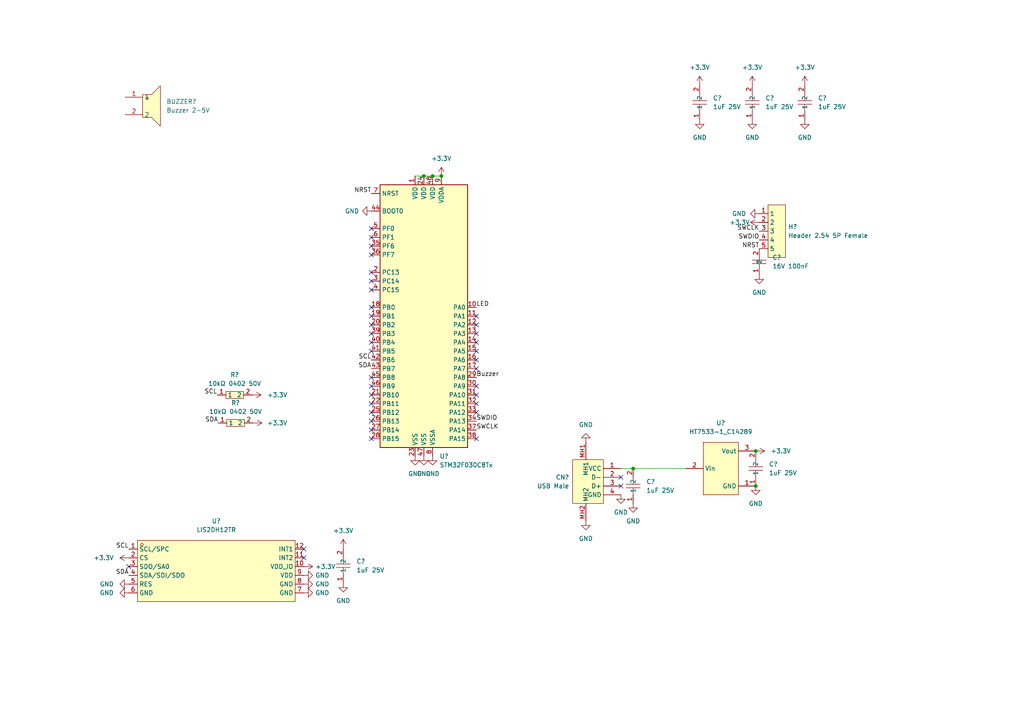
<source format=kicad_sch>
(kicad_sch (version 20211123) (generator eeschema)
  (paper "A4")
  (lib_symbols
    (symbol "MCU_ST_STM32F0:STM32F030C8Tx"
      (property "Reference" "U" (at -12.7 39.37 0))
      (property "Value" "STM32F030C8Tx" (at 7.62 39.37 0))
      (symbol "STM32F030C8Tx_0_1"
        (rectangle (start -12.7 -38.1) (end 12.7 38.1) (stroke (width 0.254)) (fill (type background)))
      )
      (symbol "STM32F030C8Tx_1_1"
        (pin power_in line (at -2.54 40.64 270) (length 2.54) (name "VDD") (number "1"))
        (pin bidirectional line (at 15.24 2.54 180) (length 2.54) (name "PA0") (number "10"))
        (pin bidirectional line (at 15.24 0 180) (length 2.54) (name "PA1") (number "11"))
        (pin bidirectional line (at 15.24 -2.54 180) (length 2.54) (name "PA2") (number "12"))
        (pin bidirectional line (at 15.24 -5.08 180) (length 2.54) (name "PA3") (number "13"))
        (pin bidirectional line (at 15.24 -7.62 180) (length 2.54) (name "PA4") (number "14"))
        (pin bidirectional line (at 15.24 -10.16 180) (length 2.54) (name "PA5") (number "15"))
        (pin bidirectional line (at 15.24 -12.7 180) (length 2.54) (name "PA6") (number "16"))
        (pin bidirectional line (at 15.24 -15.24 180) (length 2.54) (name "PA7") (number "17"))
        (pin bidirectional line (at -15.24 2.54 0) (length 2.54) (name "PB0") (number "18"))
        (pin bidirectional line (at -15.24 0 0) (length 2.54) (name "PB1") (number "19"))
        (pin bidirectional line (at -15.24 12.7 0) (length 2.54) (name "PC13") (number "2"))
        (pin bidirectional line (at -15.24 -2.54 0) (length 2.54) (name "PB2") (number "20"))
        (pin bidirectional line (at -15.24 -22.86 0) (length 2.54) (name "PB10") (number "21"))
        (pin bidirectional line (at -15.24 -25.4 0) (length 2.54) (name "PB11") (number "22"))
        (pin power_in line (at -2.54 -40.64 90) (length 2.54) (name "VSS") (number "23"))
        (pin power_in line (at 0 40.64 270) (length 2.54) (name "VDD") (number "24"))
        (pin bidirectional line (at -15.24 -27.94 0) (length 2.54) (name "PB12") (number "25"))
        (pin bidirectional line (at -15.24 -30.48 0) (length 2.54) (name "PB13") (number "26"))
        (pin bidirectional line (at -15.24 -33.02 0) (length 2.54) (name "PB14") (number "27"))
        (pin bidirectional line (at -15.24 -35.56 0) (length 2.54) (name "PB15") (number "28"))
        (pin bidirectional line (at 15.24 -17.78 180) (length 2.54) (name "PA8") (number "29"))
        (pin bidirectional line (at -15.24 10.16 0) (length 2.54) (name "PC14") (number "3"))
        (pin bidirectional line (at 15.24 -20.32 180) (length 2.54) (name "PA9") (number "30"))
        (pin bidirectional line (at 15.24 -22.86 180) (length 2.54) (name "PA10") (number "31"))
        (pin bidirectional line (at 15.24 -25.4 180) (length 2.54) (name "PA11") (number "32"))
        (pin bidirectional line (at 15.24 -27.94 180) (length 2.54) (name "PA12") (number "33"))
        (pin bidirectional line (at 15.24 -30.48 180) (length 2.54) (name "PA13") (number "34"))
        (pin bidirectional line (at -15.24 20.32 0) (length 2.54) (name "PF6") (number "35"))
        (pin bidirectional line (at -15.24 17.78 0) (length 2.54) (name "PF7") (number "36"))
        (pin bidirectional line (at 15.24 -33.02 180) (length 2.54) (name "PA14") (number "37"))
        (pin bidirectional line (at 15.24 -35.56 180) (length 2.54) (name "PA15") (number "38"))
        (pin bidirectional line (at -15.24 -5.08 0) (length 2.54) (name "PB3") (number "39"))
        (pin bidirectional line (at -15.24 7.62 0) (length 2.54) (name "PC15") (number "4"))
        (pin bidirectional line (at -15.24 -7.62 0) (length 2.54) (name "PB4") (number "40"))
        (pin bidirectional line (at -15.24 -10.16 0) (length 2.54) (name "PB5") (number "41"))
        (pin bidirectional line (at -15.24 -12.7 0) (length 2.54) (name "PB6") (number "42"))
        (pin bidirectional line (at -15.24 -15.24 0) (length 2.54) (name "PB7") (number "43"))
        (pin input line (at -15.24 30.48 0) (length 2.54) (name "BOOT0") (number "44"))
        (pin bidirectional line (at -15.24 -17.78 0) (length 2.54) (name "PB8") (number "45"))
        (pin bidirectional line (at -15.24 -20.32 0) (length 2.54) (name "PB9") (number "46"))
        (pin power_in line (at 0 -40.64 90) (length 2.54) (name "VSS") (number "47"))
        (pin power_in line (at 2.54 40.64 270) (length 2.54) (name "VDD") (number "48"))
        (pin input line (at -15.24 25.4 0) (length 2.54) (name "PF0") (number "5"))
        (pin input line (at -15.24 22.86 0) (length 2.54) (name "PF1") (number "6"))
        (pin input line (at -15.24 35.56 0) (length 2.54) (name "NRST") (number "7"))
        (pin power_in line (at 2.54 -40.64 90) (length 2.54) (name "VSSA") (number "8"))
        (pin power_in line (at 5.08 40.64 270) (length 2.54) (name "VDDA") (number "9"))
      )
    )
    (symbol "easyeda2kicad:10kΩ 0402 50V"
      (property "Reference" "R" (at 0 5.08 0))
      (property "Value" "10kΩ 0402 50V" (at 0 -5.08 0))
      (symbol "10kΩ 0402 50V_0_1"
        (rectangle (start -2.54 1.02) (end 2.54 -1.02) (fill (type background)))
        (pin input line (at -5.08 0 0) (length 2.54) (name "1") (number "1"))
        (pin input line (at 5.08 0 180) (length 2.54) (name "2") (number "2"))
      )
    )
    (symbol "easyeda2kicad:Buzzer 2-5V"
      (property "Reference" "BUZZER" (at 0 7.62 0))
      (property "Value" "Buzzer 2-5V" (at 0 -7.62 0))
      (symbol "Buzzer 2-5V_0_1"
        (polyline (pts (xy 0.76 2.29) (xy 1.78 2.29)))
        (polyline (pts (xy 1.27 2.79) (xy 1.27 1.78)))
        (polyline (pts (xy 0 1.78) (xy 0 -3.3) (xy 2.54 -3.3) (xy 5.08 -5.84) (xy 5.08 5.84) (xy 2.54 3.3) (xy 0 3.3) (xy 0 1.78)) (fill (type background)))
        (pin unspecified line (at -5.08 2.54 0) (length 5.08) (name "1") (number "1"))
        (pin unspecified line (at -5.08 -2.54 0) (length 5.08) (name "2") (number "2"))
      )
    )
    (symbol "easyeda2kicad:CL05A105KA5NQNC"
      (property "Reference" "C" (at 0 5.08 0))
      (property "Value" "CL05A105KA5NQNC" (at 0 -5.08 0))
      (symbol "CL05A105KA5NQNC_0_1"
        (polyline (pts (xy -0.51 -2.03) (xy -0.51 2.03)))
        (polyline (pts (xy -0.51 0) (xy -2.54 0)))
        (polyline (pts (xy 0.51 2.03) (xy 0.51 -2.03)))
        (polyline (pts (xy 2.54 0) (xy 0.51 0)))
        (pin unspecified line (at -5.08 0 0) (length 2.54) (name "1") (number "1"))
        (pin unspecified line (at 5.08 0 180) (length 2.54) (name "2") (number "2"))
      )
    )
    (symbol "easyeda2kicad:CL05B104KO5NNNC"
      (property "Reference" "C" (at 0 5.08 0))
      (property "Value" "CL05B104KO5NNNC" (at 0 -5.08 0))
      (symbol "CL05B104KO5NNNC_0_1"
        (polyline (pts (xy -1.27 0) (xy -0.51 0)))
        (polyline (pts (xy -0.51 2.03) (xy -0.51 -2.03)))
        (polyline (pts (xy 0.51 0) (xy 1.27 0)))
        (polyline (pts (xy 0.51 2.03) (xy 0.51 -2.03)))
        (pin input line (at -3.81 0 0) (length 2.54) (name "1") (number "1"))
        (pin input line (at 3.81 0 180) (length 2.54) (name "2") (number "2"))
      )
    )
    (symbol "easyeda2kicad:HT7533-1_C14289"
      (property "Reference" "U" (at 0 10.16 0))
      (property "Value" "HT7533-1_C14289" (at 0 -10.16 0))
      (symbol "HT7533-1_C14289_0_1"
        (rectangle (start -5.08 7.62) (end 5.08 -7.62) (fill (type background)))
        (pin unspecified line (at 10.16 -5.08 180) (length 5.08) (name "GND") (number "1"))
        (pin unspecified line (at -10.16 0 0) (length 5.08) (name "Vin") (number "2"))
        (pin unspecified line (at 10.16 5.08 180) (length 5.08) (name "Vout") (number "3"))
      )
    )
    (symbol "easyeda2kicad:Header 2.54 5P Female"
      (property "Reference" "H" (at 0 10.16 0))
      (property "Value" "Header 2.54 5P Female" (at 0 -10.16 0))
      (symbol "Header 2.54 5P Female_0_1"
        (rectangle (start -1.27 7.62) (end 3.81 -7.62) (fill (type background)))
        (pin input line (at -3.81 5.08 0) (length 2.54) (name "1") (number "1"))
        (pin input line (at -3.81 2.54 0) (length 2.54) (name "2") (number "2"))
        (pin input line (at -3.81 0 0) (length 2.54) (name "3") (number "3"))
        (pin input line (at -3.81 -2.54 0) (length 2.54) (name "4") (number "4"))
        (pin input line (at -3.81 -5.08 0) (length 2.54) (name "5") (number "5"))
      )
    )
    (symbol "easyeda2kicad:LIS2DH12TR"
      (property "Reference" "U" (at 0 11.43 0))
      (property "Value" "LIS2DH12TR" (at 0 -11.43 0))
      (symbol "LIS2DH12TR_0_1"
        (rectangle (start -22.86 8.89) (end 22.86 -8.89) (fill (type background)))
        (circle (center -21.59 7.62) (radius 0.38))
        (pin unspecified line (at -25.4 6.35 0) (length 2.54) (name "SCL/SPC") (number "1"))
        (pin unspecified line (at 25.4 1.27 180) (length 2.54) (name "VDD_IO") (number "10"))
        (pin unspecified line (at 25.4 3.81 180) (length 2.54) (name "INT2") (number "11"))
        (pin unspecified line (at 25.4 6.35 180) (length 2.54) (name "INT1") (number "12"))
        (pin unspecified line (at -25.4 3.81 0) (length 2.54) (name "CS") (number "2"))
        (pin unspecified line (at -25.4 1.27 0) (length 2.54) (name "SDO/SA0") (number "3"))
        (pin unspecified line (at -25.4 -1.27 0) (length 2.54) (name "SDA/SDI/SDO") (number "4"))
        (pin unspecified line (at -25.4 -3.81 0) (length 2.54) (name "RES") (number "5"))
        (pin unspecified line (at -25.4 -6.35 0) (length 2.54) (name "GND") (number "6"))
        (pin unspecified line (at 25.4 -6.35 180) (length 2.54) (name "GND") (number "7"))
        (pin unspecified line (at 25.4 -3.81 180) (length 2.54) (name "GND") (number "8"))
        (pin unspecified line (at 25.4 -1.27 180) (length 2.54) (name "VDD") (number "9"))
      )
    )
    (symbol "easyeda2kicad:USB Male"
      (property "Reference" "CN" (at 0 17.78 0))
      (property "Value" "USB Male" (at 0 -15.24 0))
      (symbol "USB Male_0_1"
        (rectangle (start -6.35 7.62) (end 2.54 -5.08) (fill (type background)))
        (pin input line (at 7.62 5.08 180) (length 5.08) (name "VCC") (number "1"))
        (pin input line (at 7.62 2.54 180) (length 5.08) (name "D-") (number "2"))
        (pin input line (at 7.62 0 180) (length 5.08) (name "D+") (number "3"))
        (pin input line (at 7.62 -2.54 180) (length 5.08) (name "GND") (number "4"))
        (pin unspecified line (at -2.54 12.7 270) (length 5.08) (name "MH1") (number "MH1"))
        (pin unspecified line (at -2.54 -10.16 90) (length 5.08) (name "MH2") (number "MH2"))
      )
    )
    (symbol "power:+3.3V" (power) (pin_names (offset 0))
      (property "Value" "+3.3V" (at 0 3.556 0))
      (symbol "+3.3V_0_1"
        (polyline (pts (xy -0.762 1.27) (xy 0 2.54)))
        (polyline (pts (xy 0 0) (xy 0 2.54)))
        (polyline (pts (xy 0 2.54) (xy 0.762 1.27)))
      )
      (symbol "+3.3V_1_1"
        (pin power_in line (at 0 0 90) (length 0) hide (name "+3.3V") (number "1"))
      )
    )
    (symbol "power:GND" (power) (pin_names (offset 0))
      (property "Value" "GND" (at 0 -3.81 0))
      (symbol "GND_0_1"
        (polyline (pts (xy 0 0) (xy 0 -1.27) (xy 1.27 -1.27) (xy 0 -2.54) (xy -1.27 -1.27) (xy 0 -1.27)))
      )
      (symbol "GND_1_1"
        (pin power_in line (at 0 0 270) (length 0) hide (name "GND") (number "1"))
      )
    )
  )
  (junction (at 219.202 130.81))
  (junction (at 128.016 51.054))
  (junction (at 122.936 51.054))
  (junction (at 183.642 135.89))
  (junction (at 219.202 140.97))
  (junction (at 125.476 51.054))
  (no_connect (at 180.086 140.97))
  (no_connect (at 107.696 99.314))
  (no_connect (at 107.696 84.074))
  (no_connect (at 138.176 94.234))
  (no_connect (at 107.696 94.234))
  (no_connect (at 107.696 117.094))
  (no_connect (at 138.176 91.694))
  (no_connect (at 138.176 99.314))
  (no_connect (at 88.138 159.258))
  (no_connect (at 107.696 124.714))
  (no_connect (at 138.176 119.634))
  (no_connect (at 107.696 81.534))
  (no_connect (at 107.696 114.554))
  (no_connect (at 37.338 164.338))
  (no_connect (at 107.696 68.834))
  (no_connect (at 107.696 91.694))
  (no_connect (at 107.696 122.174))
  (no_connect (at 138.176 114.554))
  (no_connect (at 138.176 104.394))
  (no_connect (at 107.696 101.854))
  (no_connect (at 107.696 78.994))
  (no_connect (at 107.696 127.254))
  (no_connect (at 180.086 138.43))
  (no_connect (at 138.176 117.094))
  (no_connect (at 107.696 89.154))
  (no_connect (at 138.176 96.774))
  (no_connect (at 107.696 112.014))
  (no_connect (at 107.696 119.634))
  (no_connect (at 107.696 66.294))
  (no_connect (at 107.696 96.774))
  (no_connect (at 138.176 101.854))
  (no_connect (at 107.696 109.474))
  (no_connect (at 138.176 112.014))
  (no_connect (at 138.176 127.254))
  (no_connect (at 107.696 73.914))
  (no_connect (at 107.696 71.374))
  (no_connect (at 138.176 106.934))
  (no_connect (at 88.138 161.798))
  (wire (pts (xy 183.642 135.89) (xy 198.882 135.89)))
  (wire (pts (xy 120.396 51.054) (xy 122.936 51.054)))
  (wire (pts (xy 122.936 51.054) (xy 125.476 51.054)))
  (wire (pts (xy 125.476 51.054) (xy 128.016 51.054)))
  (wire (pts (xy 180.086 135.89) (xy 183.642 135.89)))
  (label "SWCLK" (at 138.176 124.714 0))
  (label "SWCLK" (at 220.218 67.056 180))
  (label "NRST" (at 107.696 56.134 180))
  (label "SWDIO" (at 220.218 69.596 180))
  (label "SDA" (at 107.696 106.934 180))
  (label "SDA" (at 63.246 122.682 180))
  (label "SCL" (at 107.696 104.394 180))
  (label "SCL" (at 62.992 114.554 180))
  (label "SWDIO" (at 138.176 122.174 0))
  (label "NRST" (at 220.218 72.136 180))
  (label "Buzzer" (at 138.176 109.474 0))
  (label "SDA" (at 37.338 166.878 180))
  (label "LED" (at 138.176 89.154 0))
  (label "SCL" (at 37.338 159.258 180))
  (symbol (lib_id "easyeda2kicad:CL05A105KA5NQNC") (at 219.202 135.89 90) (unit 1)
    (property "Reference" "C?" (at 223.012 134.6199 90) (effects (justify right)))
    (property "Value" "1uF 25V" (at 223.012 137.1599 90) (effects (justify right)))
    (property "Footprint" "easyeda2kicad:C0402" (effects hide))
    (property "Datasheet" "https://lcsc.com/product-detail/Multilayer-Ceramic-Capacitors-MLCC-SMD-SMT_SAMSUNG_CL05A105KA5NQNC_1uF-105-10-25V_C52923.html" (effects hide))
    (property "Manufacturer" "SAMSUNG(三星)" (effects hide))
    (property "LCSC Part" "C52923" (effects hide))
    (property "JLC Part" "Basic Part" (effects hide))
  )
  (symbol (lib_id "easyeda2kicad:CL05A105KA5NQNC") (at 99.568 164.084 90) (unit 1)
    (property "Reference" "C?" (at 103.378 162.8139 90) (effects (justify right)))
    (property "Value" "1uF 25V" (at 103.378 165.3539 90) (effects (justify right)))
    (property "Footprint" "easyeda2kicad:C0402" (effects hide))
    (property "Datasheet" "https://lcsc.com/product-detail/Multilayer-Ceramic-Capacitors-MLCC-SMD-SMT_SAMSUNG_CL05A105KA5NQNC_1uF-105-10-25V_C52923.html" (effects hide))
    (property "Manufacturer" "SAMSUNG(三星)" (effects hide))
    (property "LCSC Part" "C52923" (effects hide))
    (property "JLC Part" "Basic Part" (effects hide))
  )
  (symbol (lib_id "power:+3.3V") (at 73.406 122.682 270) (unit 1)
    (property "Reference" "#PWR?" (effects hide))
    (property "Value" "+3.3V" (at 77.47 122.6819 90) (effects (justify left)))
  )
  (symbol (lib_id "power:+3.3V") (at 99.568 159.004 0) (unit 1)
    (property "Reference" "#PWR?" (effects hide))
    (property "Value" "+3.3V" (at 99.568 153.924 0))
  )
  (symbol (lib_id "power:GND") (at 37.338 171.958 270) (unit 1)
    (property "Reference" "#PWR?" (effects hide))
    (property "Value" "GND" (at 33.02 171.9579 90) (effects (justify right)))
  )
  (symbol (lib_id "power:+3.3V") (at 202.946 24.638 0) (unit 1)
    (property "Reference" "#PWR?" (effects hide))
    (property "Value" "+3.3V" (at 202.946 19.558 0))
  )
  (symbol (lib_id "power:+3.3V") (at 218.186 24.638 0) (unit 1)
    (property "Reference" "#PWR?" (effects hide))
    (property "Value" "+3.3V" (at 218.186 19.558 0))
  )
  (symbol (lib_id "power:GND") (at 122.936 132.334 0) (unit 1)
    (property "Reference" "#PWR?" (effects hide))
    (property "Value" "GND" (at 122.936 137.414 0))
  )
  (symbol (lib_id "power:GND") (at 99.568 169.164 0) (unit 1)
    (property "Reference" "#PWR?" (effects hide))
    (property "Value" "GND" (at 99.568 174.244 0))
  )
  (symbol (lib_id "easyeda2kicad:USB Male") (at 172.466 140.97 0) (unit 1)
    (property "Reference" "CN?" (at 165.1 138.4299 0) (effects (justify right)))
    (property "Value" "USB Male" (at 165.1 140.9699 0) (effects (justify right)))
    (property "Footprint" "easyeda2kicad:USB-A-TH_AM90" (effects hide))
    (property "Datasheet" "https://lcsc.com/product-detail/USB-Connectors_A-M-90-VinylPBT-With-a-column-Not-high-temperature_C9739.html" (effects hide))
    (property "Manufacturer" "精拓金" (effects hide))
    (property "LCSC Part" "C9739" (effects hide))
    (property "JLC Part" "Extended Part" (effects hide))
  )
  (symbol (lib_id "power:+3.3V") (at 233.426 24.638 0) (unit 1)
    (property "Reference" "#PWR?" (effects hide))
    (property "Value" "+3.3V" (at 233.426 19.558 0))
  )
  (symbol (lib_id "power:GND") (at 120.396 132.334 0) (unit 1)
    (property "Reference" "#PWR?" (effects hide))
    (property "Value" "GND" (at 120.396 137.414 0))
  )
  (symbol (lib_id "power:GND") (at 169.926 151.13 0) (unit 1)
    (property "Reference" "#PWR?" (effects hide))
    (property "Value" "GND" (at 169.926 156.21 0))
  )
  (symbol (lib_id "easyeda2kicad:10kΩ 0402 50V") (at 68.072 114.554 0) (unit 1)
    (property "Reference" "R?" (at 68.072 108.712 0))
    (property "Value" "10kΩ 0402 50V" (at 68.072 111.252 0))
    (property "Footprint" "easyeda2kicad:R0402" (effects hide))
    (property "Datasheet" "https://lcsc.com/product-detail/Chip-Resistor-Surface-Mount-UniOhm_10KR-1002-1_C25744.html" (effects hide))
    (property "Manufacturer" "UNI-ROYAL(厚声)" (effects hide))
    (property "LCSC Part" "C25744" (effects hide))
    (property "JLC Part" "Basic Part" (effects hide))
  )
  (symbol (lib_id "easyeda2kicad:CL05A105KA5NQNC") (at 183.642 140.97 90) (unit 1)
    (property "Reference" "C?" (at 187.452 139.6999 90) (effects (justify right)))
    (property "Value" "1uF 25V" (at 187.452 142.2399 90) (effects (justify right)))
    (property "Footprint" "easyeda2kicad:C0402" (effects hide))
    (property "Datasheet" "https://lcsc.com/product-detail/Multilayer-Ceramic-Capacitors-MLCC-SMD-SMT_SAMSUNG_CL05A105KA5NQNC_1uF-105-10-25V_C52923.html" (effects hide))
    (property "Manufacturer" "SAMSUNG(三星)" (effects hide))
    (property "LCSC Part" "C52923" (effects hide))
    (property "JLC Part" "Basic Part" (effects hide))
  )
  (symbol (lib_id "easyeda2kicad:CL05B104KO5NNNC") (at 220.218 75.946 90) (unit 1)
    (property "Reference" "C?" (at 224.028 74.6759 90) (effects (justify right)))
    (property "Value" "16V 100nF" (at 224.028 77.2159 90) (effects (justify right)))
    (property "Footprint" "easyeda2kicad:C0402_NEW" (effects hide))
    (property "Datasheet" "https://lcsc.com/product-detail/Multilayer-Ceramic-Capacitors-MLCC-SMD-SMT_SAMSUNG_CL05B104KO5NNNC_100nF-104-10-16V_C1525.html" (effects hide))
    (property "Manufacturer" "SAMSUNG(三星)" (effects hide))
    (property "LCSC Part" "C1525" (effects hide))
    (property "JLC Part" "Basic Part" (effects hide))
  )
  (symbol (lib_id "power:GND") (at 88.138 166.878 90) (unit 1)
    (property "Reference" "#PWR?" (effects hide))
    (property "Value" "GND" (at 91.44 166.8779 90) (effects (justify right)))
  )
  (symbol (lib_id "power:+3.3V") (at 73.152 114.554 270) (unit 1)
    (property "Reference" "#PWR?" (effects hide))
    (property "Value" "+3.3V" (at 77.47 114.5539 90) (effects (justify left)))
  )
  (symbol (lib_id "power:+3.3V") (at 219.202 130.81 270) (unit 1)
    (property "Reference" "#PWR?" (effects hide))
    (property "Value" "+3.3V" (at 223.52 130.8099 90) (effects (justify left)))
  )
  (symbol (lib_id "power:GND") (at 37.338 169.418 270) (unit 1)
    (property "Reference" "#PWR?" (effects hide))
    (property "Value" "GND" (at 33.02 169.4179 90) (effects (justify right)))
  )
  (symbol (lib_id "power:GND") (at 220.218 61.976 270) (unit 1)
    (property "Reference" "#PWR?" (effects hide))
    (property "Value" "GND" (at 216.408 61.9759 90) (effects (justify right)))
  )
  (symbol (lib_id "power:+3.3V") (at 220.218 64.516 90) (unit 1)
    (property "Reference" "#PWR?" (effects hide))
    (property "Value" "+3.3V" (at 211.582 64.516 90) (effects (justify right)))
  )
  (symbol (lib_id "MCU_ST_STM32F0:STM32F030C8Tx") (at 122.936 91.694 0) (unit 1)
    (property "Reference" "U?" (at 127.4954 132.334 0) (effects (justify left)))
    (property "Value" "STM32F030C8Tx" (at 127.4954 134.874 0) (effects (justify left)))
    (property "Footprint" "Package_QFP:LQFP-48_7x7mm_P0.5mm" (effects hide))
    (property "Datasheet" "http://www.st.com/st-web-ui/static/active/en/resource/technical/document/datasheet/DM00088500.pdf" (effects hide))
  )
  (symbol (lib_id "power:GND") (at 169.926 128.27 180) (unit 1)
    (property "Reference" "#PWR?" (effects hide))
    (property "Value" "GND" (at 169.926 123.19 0))
  )
  (symbol (lib_id "easyeda2kicad:Buzzer 2-5V") (at 41.402 30.734 0) (unit 1)
    (property "Reference" "BUZZER?" (at 48.26 29.4639 0) (effects (justify left)))
    (property "Value" "Buzzer 2-5V" (at 48.26 32.0039 0) (effects (justify left)))
    (property "Footprint" "easyeda2kicad:BUZ-TH_BD9.0-P4.00-D0.6-FD" (effects hide))
    (property "Datasheet" "https://lcsc.com/product-detail/Buzzers_BuzzersQMB-09B-03_C96256.html" (effects hide))
    (property "Manufacturer" "华能" (effects hide))
    (property "LCSC Part" "C96256" (effects hide))
    (property "JLC Part" "Extended Part" (effects hide))
  )
  (symbol (lib_id "power:GND") (at 88.138 169.418 90) (unit 1)
    (property "Reference" "#PWR?" (effects hide))
    (property "Value" "GND" (at 91.44 169.4179 90) (effects (justify right)))
  )
  (symbol (lib_id "easyeda2kicad:CL05A105KA5NQNC") (at 202.946 29.718 90) (unit 1)
    (property "Reference" "C?" (at 206.756 28.4479 90) (effects (justify right)))
    (property "Value" "1uF 25V" (at 206.756 30.9879 90) (effects (justify right)))
    (property "Footprint" "easyeda2kicad:C0402" (effects hide))
    (property "Datasheet" "https://lcsc.com/product-detail/Multilayer-Ceramic-Capacitors-MLCC-SMD-SMT_SAMSUNG_CL05A105KA5NQNC_1uF-105-10-25V_C52923.html" (effects hide))
    (property "Manufacturer" "SAMSUNG(三星)" (effects hide))
    (property "LCSC Part" "C52923" (effects hide))
    (property "JLC Part" "Basic Part" (effects hide))
  )
  (symbol (lib_id "power:+3.3V") (at 128.016 51.054 0) (unit 1)
    (property "Reference" "#PWR?" (effects hide))
    (property "Value" "+3.3V" (at 128.016 45.974 0))
  )
  (symbol (lib_id "power:GND") (at 183.642 146.05 0) (unit 1)
    (property "Reference" "#PWR?" (effects hide))
    (property "Value" "GND" (at 183.642 151.13 0))
  )
  (symbol (lib_id "power:GND") (at 125.476 132.334 0) (unit 1)
    (property "Reference" "#PWR?" (effects hide))
    (property "Value" "GND" (at 125.476 137.414 0))
  )
  (symbol (lib_id "easyeda2kicad:LIS2DH12TR") (at 62.738 165.608 0) (unit 1)
    (property "Reference" "U?" (at 62.738 151.13 0))
    (property "Value" "LIS2DH12TR" (at 62.738 153.67 0))
    (property "Footprint" "easyeda2kicad:LGA-12_L2.0-W2.0-P0.50-BL" (effects hide))
    (property "Datasheet" "https://lcsc.com/product-detail/Motion-Sensors-Accelerometers_STMicroelectronics_LIS2DH12TR_STMicroelectronics-LIS2DH12TR_C110926.html" (effects hide))
    (property "Manufacturer" "ST(意法半导体)" (effects hide))
    (property "LCSC Part" "C110926" (effects hide))
    (property "JLC Part" "Extended Part" (effects hide))
  )
  (symbol (lib_id "easyeda2kicad:CL05A105KA5NQNC") (at 218.186 29.718 90) (unit 1)
    (property "Reference" "C?" (at 221.996 28.4479 90) (effects (justify right)))
    (property "Value" "1uF 25V" (at 221.996 30.9879 90) (effects (justify right)))
    (property "Footprint" "easyeda2kicad:C0402" (effects hide))
    (property "Datasheet" "https://lcsc.com/product-detail/Multilayer-Ceramic-Capacitors-MLCC-SMD-SMT_SAMSUNG_CL05A105KA5NQNC_1uF-105-10-25V_C52923.html" (effects hide))
    (property "Manufacturer" "SAMSUNG(三星)" (effects hide))
    (property "LCSC Part" "C52923" (effects hide))
    (property "JLC Part" "Basic Part" (effects hide))
  )
  (symbol (lib_id "power:GND") (at 202.946 34.798 0) (unit 1)
    (property "Reference" "#PWR?" (effects hide))
    (property "Value" "GND" (at 202.946 39.878 0))
  )
  (symbol (lib_id "power:GND") (at 233.426 34.798 0) (unit 1)
    (property "Reference" "#PWR?" (effects hide))
    (property "Value" "GND" (at 233.426 39.878 0))
  )
  (symbol (lib_id "easyeda2kicad:HT7533-1_C14289") (at 209.042 135.89 0) (unit 1)
    (property "Reference" "U?" (at 209.042 122.682 0))
    (property "Value" "HT7533-1_C14289" (at 209.042 125.222 0))
    (property "Footprint" "easyeda2kicad:SOT-89-3_L4.5-W2.5-P1.50-LS4.2-BR" (effects hide))
    (property "Datasheet" "https://lcsc.com/product-detail/Low-Dropout-Regulators-LDO_HT7533-1_C14289.html" (effects hide))
    (property "Manufacturer" "HOLTEK(合泰/盛群)" (effects hide))
    (property "LCSC Part" "C14289" (effects hide))
    (property "JLC Part" "Basic Part" (effects hide))
  )
  (symbol (lib_id "easyeda2kicad:Header 2.54 5P Female") (at 224.028 67.056 0) (unit 1)
    (property "Reference" "H?" (at 228.6 65.7859 0) (effects (justify left)))
    (property "Value" "Header 2.54 5P Female" (at 228.6 68.3259 0) (effects (justify left)))
    (property "Footprint" "easyeda2kicad:HDR-TH_5P-P2.54-V-F" (effects hide))
    (property "Datasheet" "https://lcsc.com/product-detail/Female-Header_2-54mm-1-5p-Female-header_C50950.html" (effects hide))
    (property "Manufacturer" "BOOMELE(博穆精密)" (effects hide))
    (property "LCSC Part" "C50950" (effects hide))
    (property "JLC Part" "Extended Part" (effects hide))
  )
  (symbol (lib_id "easyeda2kicad:CL05A105KA5NQNC") (at 233.426 29.718 90) (unit 1)
    (property "Reference" "C?" (at 237.236 28.4479 90) (effects (justify right)))
    (property "Value" "1uF 25V" (at 237.236 30.9879 90) (effects (justify right)))
    (property "Footprint" "easyeda2kicad:C0402" (effects hide))
    (property "Datasheet" "https://lcsc.com/product-detail/Multilayer-Ceramic-Capacitors-MLCC-SMD-SMT_SAMSUNG_CL05A105KA5NQNC_1uF-105-10-25V_C52923.html" (effects hide))
    (property "Manufacturer" "SAMSUNG(三星)" (effects hide))
    (property "LCSC Part" "C52923" (effects hide))
    (property "JLC Part" "Basic Part" (effects hide))
  )
  (symbol (lib_id "power:+3.3V") (at 37.338 161.798 90) (unit 1)
    (property "Reference" "#PWR?" (effects hide))
    (property "Value" "+3.3V" (at 33.02 161.7979 90) (effects (justify left)))
  )
  (symbol (lib_id "power:+3.3V") (at 88.138 164.338 270) (unit 1)
    (property "Reference" "#PWR?" (effects hide))
    (property "Value" "+3.3V" (at 91.44 164.3379 90) (effects (justify left)))
  )
  (symbol (lib_id "power:GND") (at 88.138 171.958 90) (unit 1)
    (property "Reference" "#PWR?" (effects hide))
    (property "Value" "GND" (at 91.44 171.9579 90) (effects (justify right)))
  )
  (symbol (lib_id "easyeda2kicad:10kΩ 0402 50V") (at 68.326 122.682 0) (unit 1)
    (property "Reference" "R?" (at 68.326 116.84 0))
    (property "Value" "10kΩ 0402 50V" (at 68.326 119.38 0))
    (property "Footprint" "easyeda2kicad:R0402" (effects hide))
    (property "Datasheet" "https://lcsc.com/product-detail/Chip-Resistor-Surface-Mount-UniOhm_10KR-1002-1_C25744.html" (effects hide))
    (property "Manufacturer" "UNI-ROYAL(厚声)" (effects hide))
    (property "LCSC Part" "C25744" (effects hide))
    (property "JLC Part" "Basic Part" (effects hide))
  )
  (symbol (lib_id "power:GND") (at 218.186 34.798 0) (unit 1)
    (property "Reference" "#PWR?" (effects hide))
    (property "Value" "GND" (at 218.186 39.878 0))
  )
  (symbol (lib_id "power:GND") (at 180.086 143.51 0) (unit 1)
    (property "Reference" "#PWR?" (effects hide))
    (property "Value" "GND" (at 180.086 148.59 0))
  )
  (symbol (lib_id "power:GND") (at 107.696 61.214 270) (unit 1)
    (property "Reference" "#PWR?" (effects hide))
    (property "Value" "GND" (at 104.14 61.2139 90) (effects (justify right)))
  )
  (symbol (lib_id "power:GND") (at 220.218 79.756 0) (unit 1)
    (property "Reference" "#PWR?" (effects hide))
    (property "Value" "GND" (at 220.218 84.836 0))
  )
  (symbol (lib_id "power:GND") (at 219.202 140.97 0) (unit 1)
    (property "Reference" "#PWR?" (effects hide))
    (property "Value" "GND" (at 219.202 146.05 0))
  )
)
</source>
